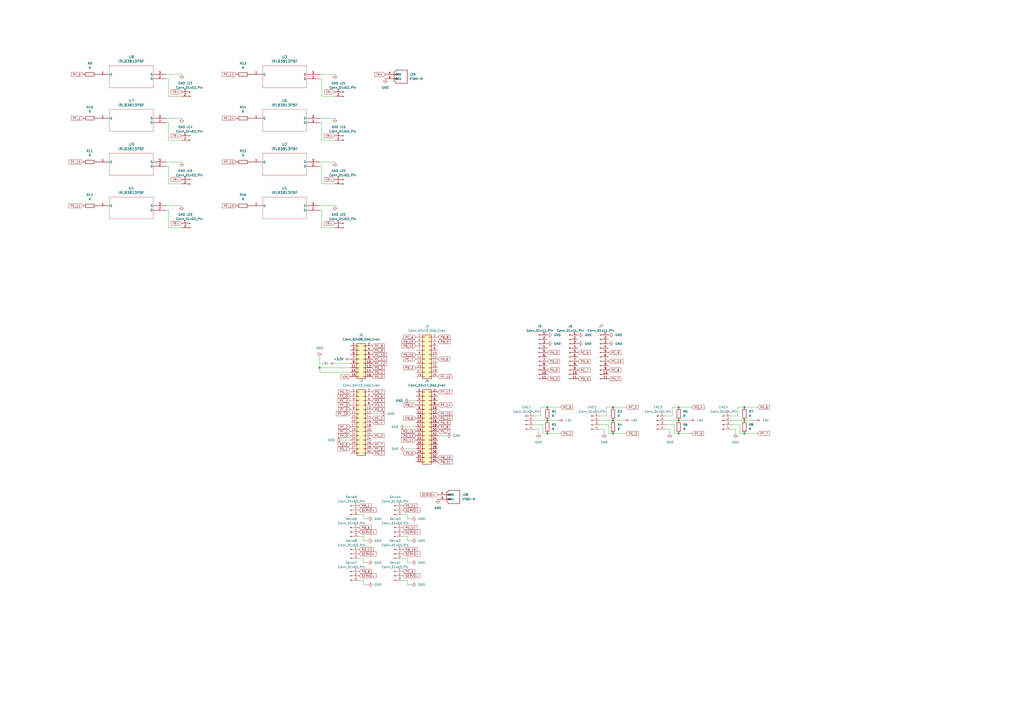
<source format=kicad_sch>
(kicad_sch (version 20250114) (generator "eeschema") (generator_version "9.0")
  (paper "A2")
  (junction (at 355.6 251.46))
  (junction (at 431.8 243.84))
  (junction (at 431.8 251.46))
  (junction (at 393.7 236.22))
  (junction (at 431.8 236.22))
  (junction (at 355.6 243.84))
  (junction (at 393.7 243.84))
  (junction (at 317.5 236.22))
  (junction (at 355.6 236.22))
  (junction (at 393.7 251.46))
  (junction (at 317.5 251.46))
  (junction (at 185.42 213.36))
  (junction (at 317.5 243.84))
  (wire (pts (xy 351.79 236.22) (xy 355.6 236.22)))
  (wire (pts (xy 210.82 336.55) (xy 210.82 339.09)))
  (wire (pts (xy 389.89 241.3) (xy 389.89 236.22)))
  (wire (pts (xy 233.68 311.15) (xy 236.22 311.15)))
  (wire (pts (xy 347.98 248.92) (xy 350.52 248.92)))
  (wire (pts (xy 186.69 71.12) (xy 186.69 81.28)))
  (wire (pts (xy 234.95 247.65) (xy 241.3 247.65)))
  (wire (pts (xy 313.69 236.22) (xy 317.5 236.22)))
  (wire (pts (xy 429.26 251.46) (xy 431.8 251.46)))
  (wire (pts (xy 194.31 210.82) (xy 203.2 210.82)))
  (wire (pts (xy 210.82 311.15) (xy 210.82 313.69)))
  (wire (pts (xy 185.42 71.12) (xy 186.69 71.12)))
  (wire (pts (xy 236.22 313.69) (xy 238.76 313.69)))
  (wire (pts (xy 236.22 298.45) (xy 236.22 300.99)))
  (wire (pts (xy 198.12 255.27) (xy 203.2 255.27)))
  (wire (pts (xy 347.98 246.38) (xy 353.06 246.38)))
  (wire (pts (xy 317.5 251.46) (xy 325.12 251.46)))
  (wire (pts (xy 186.69 45.72) (xy 186.69 55.88)))
  (wire (pts (xy 208.28 336.55) (xy 210.82 336.55)))
  (wire (pts (xy 353.06 251.46) (xy 355.6 251.46)))
  (wire (pts (xy 237.49 232.41) (xy 241.3 232.41)))
  (wire (pts (xy 309.88 243.84) (xy 317.5 243.84)))
  (wire (pts (xy 426.72 248.92) (xy 426.72 251.46)))
  (wire (pts (xy 97.79 106.68) (xy 105.41 106.68)))
  (wire (pts (xy 391.16 251.46) (xy 393.7 251.46)))
  (wire (pts (xy 314.96 246.38) (xy 314.96 251.46)))
  (wire (pts (xy 254 252.73) (xy 259.08 252.73)))
  (wire (pts (xy 97.79 45.72) (xy 97.79 55.88)))
  (wire (pts (xy 431.8 251.46) (xy 439.42 251.46)))
  (wire (pts (xy 313.69 241.3) (xy 313.69 236.22)))
  (wire (pts (xy 233.68 323.85) (xy 236.22 323.85)))
  (wire (pts (xy 208.28 323.85) (xy 210.82 323.85)))
  (wire (pts (xy 236.22 326.39) (xy 238.76 326.39)))
  (wire (pts (xy 233.68 336.55) (xy 236.22 336.55)))
  (wire (pts (xy 96.52 96.52) (xy 97.79 96.52)))
  (wire (pts (xy 96.52 119.38) (xy 105.41 119.38)))
  (wire (pts (xy 96.52 121.92) (xy 97.79 121.92)))
  (wire (pts (xy 233.68 298.45) (xy 236.22 298.45)))
  (wire (pts (xy 186.69 55.88) (xy 194.31 55.88)))
  (wire (pts (xy 185.42 68.58) (xy 194.31 68.58)))
  (wire (pts (xy 186.69 81.28) (xy 194.31 81.28)))
  (wire (pts (xy 96.52 93.98) (xy 105.41 93.98)))
  (wire (pts (xy 386.08 241.3) (xy 389.89 241.3)))
  (wire (pts (xy 309.88 241.3) (xy 313.69 241.3)))
  (wire (pts (xy 351.79 241.3) (xy 351.79 236.22)))
  (wire (pts (xy 203.2 215.9) (xy 185.42 215.9)))
  (wire (pts (xy 186.69 96.52) (xy 186.69 106.68)))
  (wire (pts (xy 210.82 300.99) (xy 213.36 300.99)))
  (wire (pts (xy 393.7 251.46) (xy 401.32 251.46)))
  (wire (pts (xy 234.95 260.35) (xy 241.3 260.35)))
  (wire (pts (xy 208.28 311.15) (xy 210.82 311.15)))
  (wire (pts (xy 427.99 236.22) (xy 431.8 236.22)))
  (wire (pts (xy 353.06 246.38) (xy 353.06 251.46)))
  (wire (pts (xy 347.98 243.84) (xy 355.6 243.84)))
  (wire (pts (xy 388.62 248.92) (xy 388.62 251.46)))
  (wire (pts (xy 424.18 241.3) (xy 427.99 241.3)))
  (wire (pts (xy 185.42 121.92) (xy 186.69 121.92)))
  (wire (pts (xy 393.7 243.84) (xy 400.05 243.84)))
  (wire (pts (xy 186.69 121.92) (xy 186.69 132.08)))
  (wire (pts (xy 210.82 313.69) (xy 213.36 313.69)))
  (wire (pts (xy 96.52 71.12) (xy 97.79 71.12)))
  (wire (pts (xy 210.82 326.39) (xy 213.36 326.39)))
  (wire (pts (xy 185.42 96.52) (xy 186.69 96.52)))
  (wire (pts (xy 97.79 71.12) (xy 97.79 81.28)))
  (wire (pts (xy 236.22 300.99) (xy 238.76 300.99)))
  (wire (pts (xy 97.79 96.52) (xy 97.79 106.68)))
  (wire (pts (xy 355.6 236.22) (xy 363.22 236.22)))
  (wire (pts (xy 185.42 43.18) (xy 194.31 43.18)))
  (wire (pts (xy 431.8 243.84) (xy 438.15 243.84)))
  (wire (pts (xy 350.52 248.92) (xy 350.52 251.46)))
  (wire (pts (xy 215.9 240.03) (xy 220.98 240.03)))
  (wire (pts (xy 236.22 311.15) (xy 236.22 313.69)))
  (wire (pts (xy 317.5 243.84) (xy 323.85 243.84)))
  (wire (pts (xy 391.16 246.38) (xy 391.16 251.46)))
  (wire (pts (xy 208.28 298.45) (xy 210.82 298.45)))
  (wire (pts (xy 386.08 246.38) (xy 391.16 246.38)))
  (wire (pts (xy 236.22 336.55) (xy 236.22 339.09)))
  (wire (pts (xy 386.08 243.84) (xy 393.7 243.84)))
  (wire (pts (xy 185.42 45.72) (xy 186.69 45.72)))
  (wire (pts (xy 236.22 323.85) (xy 236.22 326.39)))
  (wire (pts (xy 210.82 323.85) (xy 210.82 326.39)))
  (wire (pts (xy 312.42 248.92) (xy 312.42 251.46)))
  (wire (pts (xy 97.79 121.92) (xy 97.79 132.08)))
  (wire (pts (xy 431.8 236.22) (xy 439.42 236.22)))
  (wire (pts (xy 185.42 93.98) (xy 194.31 93.98)))
  (wire (pts (xy 355.6 251.46) (xy 363.22 251.46)))
  (wire (pts (xy 429.26 246.38) (xy 429.26 251.46)))
  (wire (pts (xy 386.08 248.92) (xy 388.62 248.92)))
  (wire (pts (xy 96.52 68.58) (xy 105.41 68.58)))
  (wire (pts (xy 355.6 243.84) (xy 361.95 243.84)))
  (wire (pts (xy 185.42 207.01) (xy 185.42 213.36)))
  (wire (pts (xy 186.69 106.68) (xy 194.31 106.68)))
  (wire (pts (xy 389.89 236.22) (xy 393.7 236.22)))
  (wire (pts (xy 96.52 45.72) (xy 97.79 45.72)))
  (wire (pts (xy 236.22 339.09) (xy 238.76 339.09)))
  (wire (pts (xy 424.18 246.38) (xy 429.26 246.38)))
  (wire (pts (xy 97.79 81.28) (xy 105.41 81.28)))
  (wire (pts (xy 309.88 248.92) (xy 312.42 248.92)))
  (wire (pts (xy 97.79 132.08) (xy 105.41 132.08)))
  (wire (pts (xy 427.99 241.3) (xy 427.99 236.22)))
  (wire (pts (xy 96.52 43.18) (xy 105.41 43.18)))
  (wire (pts (xy 210.82 339.09) (xy 213.36 339.09)))
  (wire (pts (xy 347.98 241.3) (xy 351.79 241.3)))
  (wire (pts (xy 309.88 246.38) (xy 314.96 246.38)))
  (wire (pts (xy 185.42 213.36) (xy 203.2 213.36)))
  (wire (pts (xy 185.42 119.38) (xy 194.31 119.38)))
  (wire (pts (xy 210.82 298.45) (xy 210.82 300.99)))
  (wire (pts (xy 186.69 132.08) (xy 194.31 132.08)))
  (wire (pts (xy 424.18 248.92) (xy 426.72 248.92)))
  (wire (pts (xy 97.79 55.88) (xy 105.41 55.88)))
  (wire (pts (xy 314.96 251.46) (xy 317.5 251.46)))
  (wire (pts (xy 424.18 243.84) (xy 431.8 243.84)))
  (wire (pts (xy 185.42 213.36) (xy 185.42 215.9)))
  (wire (pts (xy 317.5 236.22) (xy 325.12 236.22)))
  (wire (pts (xy 393.7 236.22) (xy 401.32 236.22)))
  (global_label "PB_15" (shape input) (at 241.3 198.12 180) (property "Intersheetrefs" "${INTERSHEET_REFS}" (effects (hide yes))))
  (global_label "PF_0" (shape input) (at 203.2 252.73 180) (property "Intersheetrefs" "${INTERSHEET_REFS}" (effects (hide yes))))
  (global_label "PC_10" (shape input) (at 215.9 205.74 0) (property "Intersheetrefs" "${INTERSHEET_REFS}" (effects (hide yes))))
  (global_label "PB_6" (shape input) (at 208.28 306.07 0) (property "Intersheetrefs" "${INTERSHEET_REFS}" (effects (hide yes))))
  (global_label "PD_6" (shape input) (at 335.28 209.55 0) (property "Intersheetrefs" "${INTERSHEET_REFS}" (effects (hide yes))))
  (global_label "PF_15" (shape input) (at 254 240.03 0) (property "Intersheetrefs" "${INTERSHEET_REFS}" (effects (hide yes))))
  (global_label "PC_7" (shape input) (at 241.3 208.28 180) (property "Intersheetrefs" "${INTERSHEET_REFS}" (effects (hide yes))))
  (global_label "PA_3" (shape input) (at 203.2 227.33 180) (property "Intersheetrefs" "${INTERSHEET_REFS}" (effects (hide yes))))
  (global_label "TR+" (shape input) (at 194.31 129.54 180) (property "Intersheetrefs" "${INTERSHEET_REFS}" (effects (hide yes))))
  (global_label "PE_14" (shape input) (at 233.68 306.07 0) (property "Intersheetrefs" "${INTERSHEET_REFS}" (effects (hide yes))))
  (global_label "SERVO+" (shape input) (at 208.28 308.61 0) (property "Intersheetrefs" "${INTERSHEET_REFS}" (effects (hide yes))))
  (global_label "TR+" (shape input) (at 194.31 78.74 180) (property "Intersheetrefs" "${INTERSHEET_REFS}" (effects (hide yes))))
  (global_label "SERVO+" (shape input) (at 233.68 321.31 0) (property "Intersheetrefs" "${INTERSHEET_REFS}" (effects (hide yes))))
  (global_label "PB_6" (shape input) (at 241.3 242.57 180) (property "Intersheetrefs" "${INTERSHEET_REFS}" (effects (hide yes))))
  (global_label "PB_1" (shape input) (at 208.28 293.37 0) (property "Intersheetrefs" "${INTERSHEET_REFS}" (effects (hide yes))))
  (global_label "PA_6" (shape input) (at 254 208.28 0) (property "Intersheetrefs" "${INTERSHEET_REFS}" (effects (hide yes))))
  (global_label "PD_1" (shape input) (at 203.2 260.35 180) (property "Intersheetrefs" "${INTERSHEET_REFS}" (effects (hide yes))))
  (global_label "PF_13" (shape input) (at 137.16 119.38 180) (property "Intersheetrefs" "${INTERSHEET_REFS}" (effects (hide yes))))
  (global_label "PC_9" (shape input) (at 353.06 204.47 0) (property "Intersheetrefs" "${INTERSHEET_REFS}" (effects (hide yes))))
  (global_label "PG_1" (shape input) (at 215.9 262.89 0) (property "Intersheetrefs" "${INTERSHEET_REFS}" (effects (hide yes))))
  (global_label "PG_2" (shape input) (at 317.5 209.55 0) (property "Intersheetrefs" "${INTERSHEET_REFS}" (effects (hide yes))))
  (global_label "PC_8" (shape input) (at 353.06 214.63 0) (property "Intersheetrefs" "${INTERSHEET_REFS}" (effects (hide yes))))
  (global_label "PE_8" (shape input) (at 254 247.65 0) (property "Intersheetrefs" "${INTERSHEET_REFS}" (effects (hide yes))))
  (global_label "PC_8" (shape input) (at 215.9 200.66 0) (property "Intersheetrefs" "${INTERSHEET_REFS}" (effects (hide yes))))
  (global_label "PF_12" (shape input) (at 254 218.44 0) (property "Intersheetrefs" "${INTERSHEET_REFS}" (effects (hide yes))))
  (global_label "PE_4" (shape input) (at 215.9 245.11 0) (property "Intersheetrefs" "${INTERSHEET_REFS}" (effects (hide yes))))
  (global_label "PB_1" (shape input) (at 241.3 234.95 180) (property "Intersheetrefs" "${INTERSHEET_REFS}" (effects (hide yes))))
  (global_label "VIN" (shape input) (at 203.2 218.44 180) (property "Intersheetrefs" "${INTERSHEET_REFS}" (effects (hide yes))))
  (global_label "PE_5" (shape input) (at 233.68 331.47 0) (property "Intersheetrefs" "${INTERSHEET_REFS}" (effects (hide yes))))
  (global_label "PF_14" (shape input) (at 254 234.95 0) (property "Intersheetrefs" "${INTERSHEET_REFS}" (effects (hide yes))))
  (global_label "PF_13" (shape input) (at 254 227.33 0) (property "Intersheetrefs" "${INTERSHEET_REFS}" (effects (hide yes))))
  (global_label "PF_1" (shape input) (at 48.26 68.58 180) (property "Intersheetrefs" "${INTERSHEET_REFS}" (effects (hide yes))))
  (global_label "PB_10" (shape input) (at 254 265.43 0) (property "Intersheetrefs" "${INTERSHEET_REFS}" (effects (hide yes))))
  (global_label "PD_11" (shape input) (at 241.3 255.27 180) (property "Intersheetrefs" "${INTERSHEET_REFS}" (effects (hide yes))))
  (global_label "PA_3" (shape input) (at 317.5 204.47 0) (property "Intersheetrefs" "${INTERSHEET_REFS}" (effects (hide yes))))
  (global_label "PC_12" (shape input) (at 137.16 43.18 180) (property "Intersheetrefs" "${INTERSHEET_REFS}" (effects (hide yes))))
  (global_label "PD_4" (shape input) (at 215.9 234.95 0) (property "Intersheetrefs" "${INTERSHEET_REFS}" (effects (hide yes))))
  (global_label "PF_7" (shape input) (at 439.42 251.46 0) (property "Intersheetrefs" "${INTERSHEET_REFS}" (effects (hide yes))))
  (global_label "TR+" (shape input) (at 105.41 129.54 180) (property "Intersheetrefs" "${INTERSHEET_REFS}" (effects (hide yes))))
  (global_label "PA_0" (shape input) (at 241.3 262.89 180) (property "Intersheetrefs" "${INTERSHEET_REFS}" (effects (hide yes))))
  (global_label "PF_1" (shape input) (at 203.2 250.19 180) (property "Intersheetrefs" "${INTERSHEET_REFS}" (effects (hide yes))))
  (global_label "SERVO+" (shape input) (at 233.68 334.01 0) (property "Intersheetrefs" "${INTERSHEET_REFS}" (effects (hide yes))))
  (global_label "SERVO+" (shape input) (at 233.68 295.91 0) (property "Intersheetrefs" "${INTERSHEET_REFS}" (effects (hide yes))))
  (global_label "PG_2" (shape input) (at 215.9 215.9 0) (property "Intersheetrefs" "${INTERSHEET_REFS}" (effects (hide yes))))
  (global_label "PC_6" (shape input) (at 241.3 195.58 180) (property "Intersheetrefs" "${INTERSHEET_REFS}" (effects (hide yes))))
  (global_label "PC_6" (shape input) (at 335.28 204.47 0) (property "Intersheetrefs" "${INTERSHEET_REFS}" (effects (hide yes))))
  (global_label "PF_5" (shape input) (at 203.2 237.49 180) (property "Intersheetrefs" "${INTERSHEET_REFS}" (effects (hide yes))))
  (global_label "TR+" (shape input) (at 105.41 78.74 180) (property "Intersheetrefs" "${INTERSHEET_REFS}" (effects (hide yes))))
  (global_label "PF_15" (shape input) (at 48.26 93.98 180) (property "Intersheetrefs" "${INTERSHEET_REFS}" (effects (hide yes))))
  (global_label "PA_15" (shape input) (at 241.3 205.74 180) (property "Intersheetrefs" "${INTERSHEET_REFS}" (effects (hide yes))))
  (global_label "PF_2" (shape input) (at 363.22 236.22 0) (property "Intersheetrefs" "${INTERSHEET_REFS}" (effects (hide yes))))
  (global_label "PD_2" (shape input) (at 317.5 219.71 0) (property "Intersheetrefs" "${INTERSHEET_REFS}" (effects (hide yes))))
  (global_label "PE_2" (shape input) (at 215.9 242.57 0) (property "Intersheetrefs" "${INTERSHEET_REFS}" (effects (hide yes))))
  (global_label "PF_10" (shape input) (at 203.2 240.03 180) (property "Intersheetrefs" "${INTERSHEET_REFS}" (effects (hide yes))))
  (global_label "PC_3" (shape input) (at 203.2 232.41 180) (property "Intersheetrefs" "${INTERSHEET_REFS}" (effects (hide yes))))
  (global_label "PG_1" (shape input) (at 325.12 251.46 0) (property "Intersheetrefs" "${INTERSHEET_REFS}" (effects (hide yes))))
  (global_label "PE_11" (shape input) (at 233.68 293.37 0) (property "Intersheetrefs" "${INTERSHEET_REFS}" (effects (hide yes))))
  (global_label "PG_14" (shape input) (at 254 242.57 0) (property "Intersheetrefs" "${INTERSHEET_REFS}" (effects (hide yes))))
  (global_label "TR+" (shape input) (at 194.31 104.14 180) (property "Intersheetrefs" "${INTERSHEET_REFS}" (effects (hide yes))))
  (global_label "PC_3" (shape input) (at 363.22 251.46 0) (property "Intersheetrefs" "${INTERSHEET_REFS}" (effects (hide yes))))
  (global_label "SERVO+" (shape input) (at 254 287.02 180) (property "Intersheetrefs" "${INTERSHEET_REFS}" (effects (hide yes))))
  (global_label "PC_12" (shape input) (at 215.9 210.82 0) (property "Intersheetrefs" "${INTERSHEET_REFS}" (effects (hide yes))))
  (global_label "PB_8" (shape input) (at 208.28 331.47 0) (property "Intersheetrefs" "${INTERSHEET_REFS}" (effects (hide yes))))
  (global_label "PF_12" (shape input) (at 137.16 93.98 180) (property "Intersheetrefs" "${INTERSHEET_REFS}" (effects (hide yes))))
  (global_label "PD_12" (shape input) (at 241.3 252.73 180) (property "Intersheetrefs" "${INTERSHEET_REFS}" (effects (hide yes))))
  (global_label "SERVO+" (shape input) (at 208.28 295.91 0) (property "Intersheetrefs" "${INTERSHEET_REFS}" (effects (hide yes))))
  (global_label "PA_6" (shape input) (at 439.42 236.22 0) (property "Intersheetrefs" "${INTERSHEET_REFS}" (effects (hide yes))))
  (global_label "TR+" (shape input) (at 194.31 53.34 180) (property "Intersheetrefs" "${INTERSHEET_REFS}" (effects (hide yes))))
  (global_label "PD_5" (shape input) (at 215.9 232.41 0) (property "Intersheetrefs" "${INTERSHEET_REFS}" (effects (hide yes))))
  (global_label "PF_5" (shape input) (at 401.32 251.46 0) (property "Intersheetrefs" "${INTERSHEET_REFS}" (effects (hide yes))))
  (global_label "PD_7" (shape input) (at 353.06 219.71 0) (property "Intersheetrefs" "${INTERSHEET_REFS}" (effects (hide yes))))
  (global_label "PD_7" (shape input) (at 215.9 227.33 0) (property "Intersheetrefs" "${INTERSHEET_REFS}" (effects (hide yes))))
  (global_label "PB_13" (shape input) (at 241.3 200.66 180) (property "Intersheetrefs" "${INTERSHEET_REFS}" (effects (hide yes))))
  (global_label "PB_3" (shape input) (at 241.3 213.36 180) (property "Intersheetrefs" "${INTERSHEET_REFS}" (effects (hide yes))))
  (global_label "TR+" (shape input) (at 223.52 43.18 180) (property "Intersheetrefs" "${INTERSHEET_REFS}" (effects (hide yes))))
  (global_label "PC_9" (shape input) (at 215.9 203.2 0) (property "Intersheetrefs" "${INTERSHEET_REFS}" (effects (hide yes))))
  (global_label "PB_11" (shape input) (at 254 267.97 0) (property "Intersheetrefs" "${INTERSHEET_REFS}" (effects (hide yes))))
  (global_label "PD_13" (shape input) (at 208.28 318.77 0) (property "Intersheetrefs" "${INTERSHEET_REFS}" (effects (hide yes))))
  (global_label "PF_9" (shape input) (at 215.9 260.35 0) (property "Intersheetrefs" "${INTERSHEET_REFS}" (effects (hide yes))))
  (global_label "PD_2" (shape input) (at 215.9 213.36 0) (property "Intersheetrefs" "${INTERSHEET_REFS}" (effects (hide yes))))
  (global_label "PF_0" (shape input) (at 48.26 43.18 180) (property "Intersheetrefs" "${INTERSHEET_REFS}" (effects (hide yes))))
  (global_label "PF_7" (shape input) (at 215.9 257.81 0) (property "Intersheetrefs" "${INTERSHEET_REFS}" (effects (hide yes))))
  (global_label "PC_0" (shape input) (at 203.2 229.87 180) (property "Intersheetrefs" "${INTERSHEET_REFS}" (effects (hide yes))))
  (global_label "PF_2" (shape input) (at 203.2 247.65 180) (property "Intersheetrefs" "${INTERSHEET_REFS}" (effects (hide yes))))
  (global_label "PE_7" (shape input) (at 254 250.19 0) (property "Intersheetrefs" "${INTERSHEET_REFS}" (effects (hide yes))))
  (global_label "PD_5" (shape input) (at 335.28 219.71 0) (property "Intersheetrefs" "${INTERSHEET_REFS}" (effects (hide yes))))
  (global_label "SERVO+" (shape input) (at 208.28 321.31 0) (property "Intersheetrefs" "${INTERSHEET_REFS}" (effects (hide yes))))
  (global_label "SERVO+" (shape input) (at 208.28 334.01 0) (property "Intersheetrefs" "${INTERSHEET_REFS}" (effects (hide yes))))
  (global_label "PG_3" (shape input) (at 215.9 218.44 0) (property "Intersheetrefs" "${INTERSHEET_REFS}" (effects (hide yes))))
  (global_label "PA_0" (shape input) (at 317.5 214.63 0) (property "Intersheetrefs" "${INTERSHEET_REFS}" (effects (hide yes))))
  (global_label "PD_3" (shape input) (at 215.9 237.49 0) (property "Intersheetrefs" "${INTERSHEET_REFS}" (effects (hide yes))))
  (global_label "TR+" (shape input) (at 105.41 104.14 180) (property "Intersheetrefs" "${INTERSHEET_REFS}" (effects (hide yes))))
  (global_label "PC_0" (shape input) (at 325.12 236.22 0) (property "Intersheetrefs" "${INTERSHEET_REFS}" (effects (hide yes))))
  (global_label "PC_7" (shape input) (at 335.28 214.63 0) (property "Intersheetrefs" "${INTERSHEET_REFS}" (effects (hide yes))))
  (global_label "PB_9" (shape input) (at 254 198.12 0) (property "Intersheetrefs" "${INTERSHEET_REFS}" (effects (hide yes))))
  (global_label "TR+" (shape input) (at 105.41 53.34 180) (property "Intersheetrefs" "${INTERSHEET_REFS}" (effects (hide yes))))
  (global_label "PD_13" (shape input) (at 241.3 250.19 180) (property "Intersheetrefs" "${INTERSHEET_REFS}" (effects (hide yes))))
  (global_label "PB_8" (shape input) (at 254 195.58 0) (property "Intersheetrefs" "${INTERSHEET_REFS}" (effects (hide yes))))
  (global_label "PD_0" (shape input) (at 203.2 257.81 180) (property "Intersheetrefs" "${INTERSHEET_REFS}" (effects (hide yes))))
  (global_label "PD_4" (shape input) (at 401.32 236.22 0) (property "Intersheetrefs" "${INTERSHEET_REFS}" (effects (hide yes))))
  (global_label "PC_11" (shape input) (at 215.9 208.28 0) (property "Intersheetrefs" "${INTERSHEET_REFS}" (effects (hide yes))))
  (global_label "PC_11" (shape input) (at 48.26 119.38 180) (property "Intersheetrefs" "${INTERSHEET_REFS}" (effects (hide yes))))
  (global_label "PE_3" (shape input) (at 215.9 252.73 0) (property "Intersheetrefs" "${INTERSHEET_REFS}" (effects (hide yes))))
  (global_label "PF_3" (shape input) (at 203.2 234.95 180) (property "Intersheetrefs" "${INTERSHEET_REFS}" (effects (hide yes))))
  (global_label "PC_10" (shape input) (at 353.06 209.55 0) (property "Intersheetrefs" "${INTERSHEET_REFS}" (effects (hide yes))))
  (global_label "PG_9" (shape input) (at 254 245.11 0) (property "Intersheetrefs" "${INTERSHEET_REFS}" (effects (hide yes))))
  (global_label "PB_10" (shape input) (at 233.68 318.77 0) (property "Intersheetrefs" "${INTERSHEET_REFS}" (effects (hide yes))))
  (global_label "PD_6" (shape input) (at 215.9 229.87 0) (property "Intersheetrefs" "${INTERSHEET_REFS}" (effects (hide yes))))
  (global_label "SERVO+" (shape input) (at 233.68 308.61 0) (property "Intersheetrefs" "${INTERSHEET_REFS}" (effects (hide yes))))
  (global_label "PF_14" (shape input) (at 137.16 68.58 180) (property "Intersheetrefs" "${INTERSHEET_REFS}" (effects (hide yes))))
  (symbol (lib_id "power:GND") (at 238.76 339.09 90) (unit 1)
    (property "Reference" "#PWR031" (effects (hide yes)))
    (property "Value" "GND" (at 242.57 339.0899 90) (effects (justify right)))
    (property "Description" "Power symbol creates a global label with name \"GND\" , ground" (effects (hide yes)))
  )
  (symbol (lib_id "power:GND") (at 335.28 199.39 90) (unit 1)
    (property "Reference" "#PWR013" (effects (hide yes)))
    (property "Value" "GND" (at 339.09 199.3899 90) (effects (justify right)))
    (property "Description" "Power symbol creates a global label with name \"GND\" , ground" (effects (hide yes)))
  )
  (symbol (lib_id "Connector:Conn_01x04_Pin") (at 419.1 243.84 0) (unit 1)
    (property "Reference" "ENC4" (at 419.735 236.22 0))
    (property "Value" "Conn_01x04_Pin" (at 419.735 238.76 0))
    (property "Footprint" "Connector_PinHeader_2.54mm:PinHeader_1x04_P2.54mm_Vertical" (effects (hide yes)))
    (property "Description" "Generic connector, single row, 01x04, script generated" (effects (hide yes)))
  )
  (symbol (lib_id "power:GND") (at 213.36 300.99 90) (unit 1)
    (property "Reference" "#PWR024" (effects (hide yes)))
    (property "Value" "GND" (at 217.17 300.9899 90) (effects (justify right)))
    (property "Description" "Power symbol creates a global label with name \"GND\" , ground" (effects (hide yes)))
  )
  (symbol (lib_id "power:GND") (at 220.98 240.03 90) (unit 1)
    (property "Reference" "#PWR04" (effects (hide yes)))
    (property "Value" "GND" (at 224.79 240.0299 90) (effects (justify right)))
    (property "Description" "Power symbol creates a global label with name \"GND\" , ground" (effects (hide yes)))
  )
  (symbol (lib_id "power:GND") (at 254 289.56 0) (unit 1)
    (property "Reference" "#PWR040" (effects (hide yes)))
    (property "Value" "GND" (at 254 294.64 0))
    (property "Description" "Power symbol creates a global label with name \"GND\" , ground" (effects (hide yes)))
  )
  (symbol (lib_id "power:GND") (at 234.95 260.35 270) (unit 1)
    (property "Reference" "#PWR09" (effects (hide yes)))
    (property "Value" "GND" (at 231.14 260.3499 90) (effects (justify right)))
    (property "Description" "Power symbol creates a global label with name \"GND\" , ground" (effects (hide yes)))
  )
  (symbol (lib_id "Connector:Conn_01x02_Pin") (at 199.39 53.34 0) (mirror y) (unit 1)
    (property "Reference" "J21" (at 198.755 48.26 0))
    (property "Value" "Conn_01x02_Pin" (at 198.755 50.8 0))
    (property "Footprint" "Connector_PinHeader_2.54mm:PinHeader_1x02_P2.54mm_Vertical" (effects (hide yes)))
    (property "Description" "Generic connector, single row, 01x02, script generated" (effects (hide yes)))
  )
  (symbol (lib_id "Device:R") (at 52.07 68.58 270) (unit 1)
    (property "Reference" "R10" (at 52.07 62.23 90))
    (property "Value" "R" (at 52.07 64.77 90))
    (property "Footprint" "Resistor_THT:R_Axial_DIN0207_L6.3mm_D2.5mm_P10.16mm_Horizontal" (effects (hide yes)))
    (property "Description" "Resistor" (effects (hide yes)))
  )
  (symbol (lib_id "Connector:Conn_01x11_Pin") (at 347.98 207.01 0) (unit 1)
    (property "Reference" "J7" (at 348.615 189.23 0))
    (property "Value" "Conn_01x11_Pin" (at 348.615 191.77 0))
    (property "Footprint" "Connector_PinHeader_2.54mm:PinHeader_1x11_P2.54mm_Vertical" (effects (hide yes)))
    (property "Description" "Generic connector, single row, 01x11, script generated" (effects (hide yes)))
  )
  (symbol (lib_id "power:GND") (at 317.5 199.39 90) (unit 1)
    (property "Reference" "#PWR011" (effects (hide yes)))
    (property "Value" "GND" (at 321.31 199.3899 90) (effects (justify right)))
    (property "Description" "Power symbol creates a global label with name \"GND\" , ground" (effects (hide yes)))
  )
  (symbol (lib_id "power:GND") (at 353.06 199.39 90) (unit 1)
    (property "Reference" "#PWR015" (effects (hide yes)))
    (property "Value" "GND" (at 356.87 199.3899 90) (effects (justify right)))
    (property "Description" "Power symbol creates a global label with name \"GND\" , ground" (effects (hide yes)))
  )
  (symbol (lib_id "power:GND") (at 194.31 119.38 0) (unit 1)
    (property "Reference" "#PWR039" (effects (hide yes)))
    (property "Value" "GND" (at 194.31 124.46 0))
    (property "Description" "Power symbol creates a global label with name \"GND\" , ground" (effects (hide yes)))
  )
  (symbol (lib_id "power:GND") (at 223.52 45.72 0) (unit 1)
    (property "Reference" "#PWR041" (effects (hide yes)))
    (property "Value" "GND" (at 223.52 50.8 0))
    (property "Description" "Power symbol creates a global label with name \"GND\" , ground" (effects (hide yes)))
  )
  (symbol (lib_id "2025-03-07_17-55-51:IRLB3813PBF") (at 55.88 93.98 0) (unit 1)
    (property "Reference" "U5" (at 76.2 83.82 0) (effects (font (size 1.524 1.524))))
    (property "Value" "IRLB3813PBF" (at 76.2 86.36 0) (effects (font (size 1.524 1.524))))
    (property "Footprint" "footprints:PG-TO220-3_INF" (effects (hide yes)))
    (property "Datasheet" "IRLB3813PBF" (effects (hide yes)))
  )
  (symbol (lib_id "Connector:Conn_01x02_Pin") (at 199.39 104.14 0) (mirror y) (unit 1)
    (property "Reference" "J22" (at 198.755 99.06 0))
    (property "Value" "Conn_01x02_Pin" (at 198.755 101.6 0))
    (property "Footprint" "Connector_PinHeader_2.54mm:PinHeader_1x02_P2.54mm_Vertical" (effects (hide yes)))
    (property "Description" "Generic connector, single row, 01x02, script generated" (effects (hide yes)))
  )
  (symbol (lib_id "power:GND") (at 213.36 326.39 90) (unit 1)
    (property "Reference" "#PWR026" (effects (hide yes)))
    (property "Value" "GND" (at 217.17 326.3899 90) (effects (justify right)))
    (property "Description" "Power symbol creates a global label with name \"GND\" , ground" (effects (hide yes)))
  )
  (symbol (lib_id "Device:R") (at 52.07 93.98 90) (unit 1)
    (property "Reference" "R11" (at 52.07 87.63 90))
    (property "Value" "R" (at 52.07 90.17 90))
    (property "Footprint" "Resistor_THT:R_Axial_DIN0207_L6.3mm_D2.5mm_P10.16mm_Horizontal" (effects (hide yes)))
    (property "Description" "Resistor" (effects (hide yes)))
  )
  (symbol (lib_id "Connector:Conn_01x02_Pin") (at 110.49 53.34 0) (mirror y) (unit 1)
    (property "Reference" "J13" (at 109.855 48.26 0))
    (property "Value" "Conn_01x02_Pin" (at 109.855 50.8 0))
    (property "Footprint" "Connector_PinHeader_2.54mm:PinHeader_1x02_P2.54mm_Vertical" (effects (hide yes)))
    (property "Description" "Generic connector, single row, 01x02, script generated" (effects (hide yes)))
  )
  (symbol (lib_id "Device:R") (at 317.5 240.03 0) (unit 1)
    (property "Reference" "R1" (at 320.04 238.7599 0) (effects (justify left)))
    (property "Value" "R" (at 320.04 241.2999 0) (effects (justify left)))
    (property "Footprint" "Resistor_THT:R_Axial_DIN0207_L6.3mm_D2.5mm_P10.16mm_Horizontal" (effects (hide yes)))
    (property "Description" "Resistor" (effects (hide yes)))
  )
  (symbol (lib_id "Device:R") (at 140.97 93.98 90) (unit 1)
    (property "Reference" "R15" (at 140.97 87.63 90))
    (property "Value" "R" (at 140.97 90.17 90))
    (property "Footprint" "Resistor_THT:R_Axial_DIN0207_L6.3mm_D2.5mm_P10.16mm_Horizontal" (effects (hide yes)))
    (property "Description" "Resistor" (effects (hide yes)))
  )
  (symbol (lib_id "2025-03-07_17-55-51:IRLB3813PBF") (at 55.88 119.38 0) (unit 1)
    (property "Reference" "U4" (at 76.2 109.22 0) (effects (font (size 1.524 1.524))))
    (property "Value" "IRLB3813PBF" (at 76.2 111.76 0) (effects (font (size 1.524 1.524))))
    (property "Footprint" "footprints:PG-TO220-3_INF" (effects (hide yes)))
    (property "Datasheet" "IRLB3813PBF" (effects (hide yes)))
  )
  (symbol (lib_id "power:GND") (at 238.76 313.69 90) (unit 1)
    (property "Reference" "#PWR029" (effects (hide yes)))
    (property "Value" "GND" (at 242.57 313.6899 90) (effects (justify right)))
    (property "Description" "Power symbol creates a global label with name \"GND\" , ground" (effects (hide yes)))
  )
  (symbol (lib_id "power:GND") (at 350.52 251.46 0) (unit 1)
    (property "Reference" "#PWR021" (effects (hide yes)))
    (property "Value" "GND" (at 350.52 256.54 0))
    (property "Description" "Power symbol creates a global label with name \"GND\" , ground" (effects (hide yes)))
  )
  (symbol (lib_id "power:+5V") (at 438.15 243.84 270) (unit 1)
    (property "Reference" "#PWR020" (effects (hide yes)))
    (property "Value" "+5V" (at 441.96 243.8399 90) (effects (justify left)))
    (property "Description" "Power symbol creates a global label with name \"+5V\"" (effects (hide yes)))
  )
  (symbol (lib_id "power:GND") (at 105.41 43.18 0) (unit 1)
    (property "Reference" "#PWR032" (effects (hide yes)))
    (property "Value" "GND" (at 105.41 48.26 0))
    (property "Description" "Power symbol creates a global label with name \"GND\" , ground" (effects (hide yes)))
  )
  (symbol (lib_id "Connector:Conn_01x03_Pin") (at 203.2 295.91 0) (unit 1)
    (property "Reference" "Servo6" (at 203.835 288.29 0))
    (property "Value" "Conn_01x03_Pin" (at 203.835 290.83 0))
    (property "Footprint" "Connector_PinHeader_2.54mm:PinHeader_1x03_P2.54mm_Vertical" (effects (hide yes)))
    (property "Description" "Generic connector, single row, 01x03, script generated" (effects (hide yes)))
  )
  (symbol (lib_id "Connector_Generic:Conn_02x15_Odd_Even") (at 208.28 245.11 0) (unit 1)
    (property "Reference" "J2" (at 209.55 220.98 0))
    (property "Value" "Conn_02x15_Odd_Even" (at 209.55 223.52 0))
    (property "Footprint" "Connector_PinHeader_2.54mm:PinHeader_2x15_P2.54mm_Vertical" (effects (hide yes)))
    (property "Description" "Generic connector, double row, 02x15, odd/even pin numbering scheme (row 1 odd numbers, row 2 even numbers), script generated (kicad-library-utils/schlib/autogen/connector/)" (effects (hide yes)))
  )
  (symbol (lib_id "Connector:Conn_01x04_Pin") (at 304.8 243.84 0) (unit 1)
    (property "Reference" "ENC1" (at 305.435 236.22 0))
    (property "Value" "Conn_01x04_Pin" (at 305.435 238.76 0))
    (property "Footprint" "Connector_PinHeader_2.54mm:PinHeader_1x04_P2.54mm_Vertical" (effects (hide yes)))
    (property "Description" "Generic connector, single row, 01x04, script generated" (effects (hide yes)))
  )
  (symbol (lib_id "power:GND") (at 194.31 93.98 0) (unit 1)
    (property "Reference" "#PWR037" (effects (hide yes)))
    (property "Value" "GND" (at 194.31 99.06 0))
    (property "Description" "Power symbol creates a global label with name \"GND\" , ground" (effects (hide yes)))
  )
  (symbol (lib_id "2025-03-07_17-55-51:IRLB3813PBF") (at 144.78 68.58 0) (unit 1)
    (property "Reference" "U6" (at 165.1 58.42 0) (effects (font (size 1.524 1.524))))
    (property "Value" "IRLB3813PBF" (at 165.1 60.96 0) (effects (font (size 1.524 1.524))))
    (property "Footprint" "footprints:PG-TO220-3_INF" (effects (hide yes)))
    (property "Datasheet" "IRLB3813PBF" (effects (hide yes)))
  )
  (symbol (lib_id "Device:R") (at 140.97 43.18 90) (unit 1)
    (property "Reference" "R13" (at 140.97 36.83 90))
    (property "Value" "R" (at 140.97 39.37 90))
    (property "Footprint" "Resistor_THT:R_Axial_DIN0207_L6.3mm_D2.5mm_P10.16mm_Horizontal" (effects (hide yes)))
    (property "Description" "Resistor" (effects (hide yes)))
  )
  (symbol (lib_id "power:GND") (at 105.41 68.58 0) (unit 1)
    (property "Reference" "#PWR034" (effects (hide yes)))
    (property "Value" "GND" (at 105.41 73.66 0))
    (property "Description" "Power symbol creates a global label with name \"GND\" , ground" (effects (hide yes)))
  )
  (symbol (lib_id "Device:R") (at 52.07 119.38 90) (unit 1)
    (property "Reference" "R12" (at 52.07 113.03 90))
    (property "Value" "R" (at 52.07 115.57 90))
    (property "Footprint" "Resistor_THT:R_Axial_DIN0207_L6.3mm_D2.5mm_P10.16mm_Horizontal" (effects (hide yes)))
    (property "Description" "Resistor" (effects (hide yes)))
  )
  (symbol (lib_id "2025-03-07_17-55-51:IRLB3813PBF") (at 144.78 43.18 0) (unit 1)
    (property "Reference" "U3" (at 165.1 33.02 0) (effects (font (size 1.524 1.524))))
    (property "Value" "IRLB3813PBF" (at 165.1 35.56 0) (effects (font (size 1.524 1.524))))
    (property "Footprint" "footprints:PG-TO220-3_INF" (effects (hide yes)))
    (property "Datasheet" "IRLB3813PBF" (effects (hide yes)))
  )
  (symbol (lib_id "power:+5V") (at 194.31 210.82 90) (unit 1)
    (property "Reference" "#PWR02" (effects (hide yes)))
    (property "Value" "+5V" (at 190.5 210.8199 90) (effects (justify left)))
    (property "Description" "Power symbol creates a global label with name \"+5V\"" (effects (hide yes)))
  )
  (symbol (lib_id "2025-03-07_17-55-51:IRLB3813PBF") (at 144.78 119.38 0) (unit 1)
    (property "Reference" "U1" (at 165.1 109.22 0) (effects (font (size 1.524 1.524))))
    (property "Value" "IRLB3813PBF" (at 165.1 111.76 0) (effects (font (size 1.524 1.524))))
    (property "Footprint" "footprints:PG-TO220-3_INF" (effects (hide yes)))
    (property "Datasheet" "IRLB3813PBF" (effects (hide yes)))
  )
  (symbol (lib_id "Connector:Conn_01x04_Pin") (at 381 243.84 0) (unit 1)
    (property "Reference" "ENC3" (at 381.635 236.22 0))
    (property "Value" "Conn_01x04_Pin" (at 381.635 238.76 0))
    (property "Footprint" "Connector_PinHeader_2.54mm:PinHeader_1x04_P2.54mm_Vertical" (effects (hide yes)))
    (property "Description" "Generic connector, single row, 01x04, script generated" (effects (hide yes)))
  )
  (symbol (lib_id "Device:R") (at 317.5 247.65 0) (unit 1)
    (property "Reference" "R2" (at 320.04 246.3799 0) (effects (justify left)))
    (property "Value" "R" (at 320.04 248.9199 0) (effects (justify left)))
    (property "Footprint" "Resistor_THT:R_Axial_DIN0207_L6.3mm_D2.5mm_P10.16mm_Horizontal" (effects (hide yes)))
    (property "Description" "Resistor" (effects (hide yes)))
  )
  (symbol (lib_id "power:GND") (at 426.72 251.46 0) (unit 1)
    (property "Reference" "#PWR023" (effects (hide yes)))
    (property "Value" "GND" (at 426.72 256.54 0))
    (property "Description" "Power symbol creates a global label with name \"GND\" , ground" (effects (hide yes)))
  )
  (symbol (lib_id "Connector:Conn_01x11_Pin") (at 312.42 207.01 0) (unit 1)
    (property "Reference" "J5" (at 313.055 189.23 0))
    (property "Value" "Conn_01x11_Pin" (at 313.055 191.77 0))
    (property "Footprint" "Connector_PinHeader_2.54mm:PinHeader_1x11_P2.54mm_Vertical" (effects (hide yes)))
    (property "Description" "Generic connector, single row, 01x11, script generated" (effects (hide yes)))
  )
  (symbol (lib_id "power:GND") (at 198.12 255.27 270) (unit 1)
    (property "Reference" "#PWR05" (effects (hide yes)))
    (property "Value" "GND" (at 194.31 255.2699 90) (effects (justify right)))
    (property "Description" "Power symbol creates a global label with name \"GND\" , ground" (effects (hide yes)))
  )
  (symbol (lib_id "Connector:Conn_01x03_Pin") (at 228.6 334.01 0) (unit 1)
    (property "Reference" "Servo1" (at 229.235 326.39 0))
    (property "Value" "Conn_01x03_Pin" (at 229.235 328.93 0))
    (property "Footprint" "Connector_PinHeader_2.54mm:PinHeader_1x03_P2.54mm_Vertical" (effects (hide yes)))
    (property "Description" "Generic connector, single row, 01x03, script generated" (effects (hide yes)))
  )
  (symbol (lib_id "power:GND") (at 238.76 300.99 90) (unit 1)
    (property "Reference" "#PWR028" (effects (hide yes)))
    (property "Value" "GND" (at 242.57 300.9899 90) (effects (justify right)))
    (property "Description" "Power symbol creates a global label with name \"GND\" , ground" (effects (hide yes)))
  )
  (symbol (lib_id "Device:R") (at 431.8 247.65 0) (unit 1)
    (property "Reference" "R8" (at 434.34 246.3799 0) (effects (justify left)))
    (property "Value" "R" (at 434.34 248.9199 0) (effects (justify left)))
    (property "Footprint" "Resistor_THT:R_Axial_DIN0207_L6.3mm_D2.5mm_P10.16mm_Horizontal" (effects (hide yes)))
    (property "Description" "Resistor" (effects (hide yes)))
  )
  (symbol (lib_id "power:GND") (at 213.36 339.09 90) (unit 1)
    (property "Reference" "#PWR027" (effects (hide yes)))
    (property "Value" "GND" (at 217.17 339.0899 90) (effects (justify right)))
    (property "Description" "Power symbol creates a global label with name \"GND\" , ground" (effects (hide yes)))
  )
  (symbol (lib_id "power:+5V") (at 400.05 243.84 270) (unit 1)
    (property "Reference" "#PWR018" (effects (hide yes)))
    (property "Value" "+5V" (at 403.86 243.8399 90) (effects (justify left)))
    (property "Description" "Power symbol creates a global label with name \"+5V\"" (effects (hide yes)))
  )
  (symbol (lib_id "Connector:Conn_01x03_Pin") (at 203.2 334.01 0) (unit 1)
    (property "Reference" "Servo7" (at 203.835 326.39 0))
    (property "Value" "Conn_01x03_Pin" (at 203.835 328.93 0))
    (property "Footprint" "Connector_PinHeader_2.54mm:PinHeader_1x03_P2.54mm_Vertical" (effects (hide yes)))
    (property "Description" "Generic connector, single row, 01x03, script generated" (effects (hide yes)))
  )
  (symbol (lib_id "power:GND") (at 237.49 232.41 270) (unit 1)
    (property "Reference" "#PWR07" (effects (hide yes)))
    (property "Value" "GND" (at 233.68 232.4099 90) (effects (justify right)))
    (property "Description" "Power symbol creates a global label with name \"GND\" , ground" (effects (hide yes)))
  )
  (symbol (lib_id "Device:R") (at 140.97 119.38 90) (unit 1)
    (property "Reference" "R16" (at 140.97 113.03 90))
    (property "Value" "R" (at 140.97 115.57 90))
    (property "Footprint" "Resistor_THT:R_Axial_DIN0207_L6.3mm_D2.5mm_P10.16mm_Horizontal" (effects (hide yes)))
    (property "Description" "Resistor" (effects (hide yes)))
  )
  (symbol (lib_id "power:GND") (at 213.36 313.69 90) (unit 1)
    (property "Reference" "#PWR025" (effects (hide yes)))
    (property "Value" "GND" (at 217.17 313.6899 90) (effects (justify right)))
    (property "Description" "Power symbol creates a global label with name \"GND\" , ground" (effects (hide yes)))
  )
  (symbol (lib_id "Connector:Conn_01x02_Pin") (at 199.39 129.54 0) (mirror y) (unit 1)
    (property "Reference" "J23" (at 198.755 124.46 0))
    (property "Value" "Conn_01x02_Pin" (at 198.755 127 0))
    (property "Footprint" "Connector_PinHeader_2.54mm:PinHeader_1x02_P2.54mm_Vertical" (effects (hide yes)))
    (property "Description" "Generic connector, single row, 01x02, script generated" (effects (hide yes)))
  )
  (symbol (lib_id "power:GND") (at 185.42 207.01 180) (unit 1)
    (property "Reference" "#PWR03" (effects (hide yes)))
    (property "Value" "GND" (at 185.42 201.93 0))
    (property "Description" "Power symbol creates a global label with name \"GND\" , ground" (effects (hide yes)))
  )
  (symbol (lib_id "Connector:Conn_01x03_Pin") (at 228.6 321.31 0) (unit 1)
    (property "Reference" "Servo2" (at 229.235 313.69 0))
    (property "Value" "Conn_01x03_Pin" (at 229.235 316.23 0))
    (property "Footprint" "Connector_PinHeader_2.54mm:PinHeader_1x03_P2.54mm_Vertical" (effects (hide yes)))
    (property "Description" "Generic connector, single row, 01x03, script generated" (effects (hide yes)))
  )
  (symbol (lib_id "Connector:Conn_01x03_Pin") (at 228.6 295.91 0) (unit 1)
    (property "Reference" "Servo4" (at 229.235 288.29 0))
    (property "Value" "Conn_01x03_Pin" (at 229.235 290.83 0))
    (property "Footprint" "Connector_PinHeader_2.54mm:PinHeader_1x03_P2.54mm_Vertical" (effects (hide yes)))
    (property "Description" "Generic connector, single row, 01x03, script generated" (effects (hide yes)))
  )
  (symbol (lib_id "power:GND") (at 353.06 194.31 90) (unit 1)
    (property "Reference" "#PWR014" (effects (hide yes)))
    (property "Value" "GND" (at 356.87 194.3099 90) (effects (justify right)))
    (property "Description" "Power symbol creates a global label with name \"GND\" , ground" (effects (hide yes)))
  )
  (symbol (lib_id "power:GND") (at 105.41 93.98 0) (unit 1)
    (property "Reference" "#PWR035" (effects (hide yes)))
    (property "Value" "GND" (at 105.41 99.06 0))
    (property "Description" "Power symbol creates a global label with name \"GND\" , ground" (effects (hide yes)))
  )
  (symbol (lib_id "power:GND") (at 388.62 251.46 0) (unit 1)
    (property "Reference" "#PWR022" (effects (hide yes)))
    (property "Value" "GND" (at 388.62 256.54 0))
    (property "Description" "Power symbol creates a global label with name \"GND\" , ground" (effects (hide yes)))
  )
  (symbol (lib_id "Device:R") (at 52.07 43.18 90) (unit 1)
    (property "Reference" "R9" (at 52.07 36.83 90))
    (property "Value" "R" (at 52.07 39.37 90))
    (property "Footprint" "Resistor_THT:R_Axial_DIN0207_L6.3mm_D2.5mm_P10.16mm_Horizontal" (effects (hide yes)))
    (property "Description" "Resistor" (effects (hide yes)))
  )
  (symbol (lib_id "Connector:Conn_01x02_Pin") (at 110.49 78.74 0) (mirror y) (unit 1)
    (property "Reference" "J14" (at 109.855 73.66 0))
    (property "Value" "Conn_01x02_Pin" (at 109.855 76.2 0))
    (property "Footprint" "Connector_PinHeader_2.54mm:PinHeader_1x02_P2.54mm_Vertical" (effects (hide yes)))
    (property "Description" "Generic connector, single row, 01x02, script generated" (effects (hide yes)))
  )
  (symbol (lib_id "power:GND") (at 238.76 326.39 90) (unit 1)
    (property "Reference" "#PWR030" (effects (hide yes)))
    (property "Value" "GND" (at 242.57 326.3899 90) (effects (justify right)))
    (property "Description" "Power symbol creates a global label with name \"GND\" , ground" (effects (hide yes)))
  )
  (symbol (lib_id "power:GND") (at 234.95 247.65 270) (unit 1)
    (property "Reference" "#PWR08" (effects (hide yes)))
    (property "Value" "GND" (at 231.14 247.6499 90) (effects (justify right)))
    (property "Description" "Power symbol creates a global label with name \"GND\" , ground" (effects (hide yes)))
  )
  (symbol (lib_id "2025-03-07_17-55-51:IRLB3813PBF") (at 55.88 43.18 0) (unit 1)
    (property "Reference" "U8" (at 76.2 33.02 0) (effects (font (size 1.524 1.524))))
    (property "Value" "IRLB3813PBF" (at 76.2 35.56 0) (effects (font (size 1.524 1.524))))
    (property "Footprint" "footprints:PG-TO220-3_INF" (effects (hide yes)))
    (property "Datasheet" "IRLB3813PBF" (effects (hide yes)))
  )
  (symbol (lib_id "Connector_Generic:Conn_02x08_Odd_Even") (at 208.28 208.28 0) (unit 1)
    (property "Reference" "J1" (at 209.55 194.31 0))
    (property "Value" "Conn_02x08_Odd_Even" (at 209.55 196.85 0))
    (property "Footprint" "Connector_PinHeader_2.54mm:PinHeader_2x08_P2.54mm_Vertical" (effects (hide yes)))
    (property "Description" "Generic connector, double row, 02x08, odd/even pin numbering scheme (row 1 odd numbers, row 2 even numbers), script generated (kicad-library-utils/schlib/autogen/connector/)" (effects (hide yes)))
  )
  (symbol (lib_id "XT60-M:XT60-M") (at 228.6 45.72 0) (unit 1)
    (property "Reference" "J29" (at 237.49 43.1799 0) (effects (justify left)))
    (property "Value" "XT60-M" (at 237.49 45.7199 0) (effects (justify left)))
    (property "Footprint" "Connector_AMASS:AMASS_XT60-M_1x02_P7.20mm_Vertical" (effects (hide yes)))
    (property "MF" "AMASS" (effects (hide yes)))
    (property "MAXIMUM_PACKAGE_HEIGHT" "16.00 mm" (effects (hide yes)))
    (property "Package" "Package" (effects (hide yes)))
    (property "Price" "None" (effects (hide yes)))
    (property "Check_prices" "https://www.snapeda.com/parts/XT60-M/AMASS/view-part/?ref=eda" (effects (hide yes)))
    (property "STANDARD" "IPC 7351B" (effects (hide yes)))
    (property "PARTREV" "V1.2" (effects (hide yes)))
    (property "SnapEDA_Link" "https://www.snapeda.com/parts/XT60-M/AMASS/view-part/?ref=snap" (effects (hide yes)))
    (property "MP" "XT60-M" (effects (hide yes)))
    (property "Description_1" "Plug; DC supply; XT60; male; PIN: 2; for cable; soldered; 30A; 500V" (effects (hide yes)))
    (property "Availability" "Not in stock" (effects (hide yes)))
    (property "MANUFACTURER" "AMASS" (effects (hide yes)))
  )
  (symbol (lib_id "Connector:Conn_01x02_Pin") (at 199.39 78.74 0) (mirror y) (unit 1)
    (property "Reference" "J15" (at 198.755 73.66 0))
    (property "Value" "Conn_01x02_Pin" (at 198.755 76.2 0))
    (property "Footprint" "Connector_PinHeader_2.54mm:PinHeader_1x02_P2.54mm_Vertical" (effects (hide yes)))
    (property "Description" "Generic connector, single row, 01x02, script generated" (effects (hide yes)))
  )
  (symbol (lib_id "Connector:Conn_01x02_Pin") (at 110.49 129.54 0) (mirror y) (unit 1)
    (property "Reference" "J20" (at 109.855 124.46 0))
    (property "Value" "Conn_01x02_Pin" (at 109.855 127 0))
    (property "Footprint" "Connector_PinHeader_2.54mm:PinHeader_1x02_P2.54mm_Vertical" (effects (hide yes)))
    (property "Description" "Generic connector, single row, 01x02, script generated" (effects (hide yes)))
  )
  (symbol (lib_id "Device:R") (at 393.7 247.65 0) (unit 1)
    (property "Reference" "R6" (at 396.24 246.3799 0) (effects (justify left)))
    (property "Value" "R" (at 396.24 248.9199 0) (effects (justify left)))
    (property "Footprint" "Resistor_THT:R_Axial_DIN0207_L6.3mm_D2.5mm_P10.16mm_Horizontal" (effects (hide yes)))
    (property "Description" "Resistor" (effects (hide yes)))
  )
  (symbol (lib_id "2025-03-07_17-55-51:IRLB3813PBF") (at 144.78 93.98 0) (unit 1)
    (property "Reference" "U2" (at 165.1 83.82 0) (effects (font (size 1.524 1.524))))
    (property "Value" "IRLB3813PBF" (at 165.1 86.36 0) (effects (font (size 1.524 1.524))))
    (property "Footprint" "footprints:PG-TO220-3_INF" (effects (hide yes)))
    (property "Datasheet" "IRLB3813PBF" (effects (hide yes)))
  )
  (symbol (lib_id "power:+5V") (at 323.85 243.84 270) (unit 1)
    (property "Reference" "#PWR016" (effects (hide yes)))
    (property "Value" "+5V" (at 327.66 243.8399 90) (effects (justify left)))
    (property "Description" "Power symbol creates a global label with name \"+5V\"" (effects (hide yes)))
  )
  (symbol (lib_id "Device:R") (at 140.97 68.58 90) (unit 1)
    (property "Reference" "R14" (at 140.97 62.23 90))
    (property "Value" "R" (at 140.97 64.77 90))
    (property "Footprint" "Resistor_THT:R_Axial_DIN0207_L6.3mm_D2.5mm_P10.16mm_Horizontal" (effects (hide yes)))
    (property "Description" "Resistor" (effects (hide yes)))
  )
  (symbol (lib_id "Device:R") (at 355.6 247.65 0) (unit 1)
    (property "Reference" "R4" (at 358.14 246.3799 0) (effects (justify left)))
    (property "Value" "R" (at 358.14 248.9199 0) (effects (justify left)))
    (property "Footprint" "Resistor_THT:R_Axial_DIN0207_L6.3mm_D2.5mm_P10.16mm_Horizontal" (effects (hide yes)))
    (property "Description" "Resistor" (effects (hide yes)))
  )
  (symbol (lib_id "power:GND") (at 105.41 119.38 0) (unit 1)
    (property "Reference" "#PWR036" (effects (hide yes)))
    (property "Value" "GND" (at 105.41 124.46 0))
    (property "Description" "Power symbol creates a global label with name \"GND\" , ground" (effects (hide yes)))
  )
  (symbol (lib_id "Device:R") (at 393.7 240.03 0) (unit 1)
    (property "Reference" "R5" (at 396.24 238.7599 0) (effects (justify left)))
    (property "Value" "R" (at 396.24 241.2999 0) (effects (justify left)))
    (property "Footprint" "Resistor_THT:R_Axial_DIN0207_L6.3mm_D2.5mm_P10.16mm_Horizontal" (effects (hide yes)))
    (property "Description" "Resistor" (effects (hide yes)))
  )
  (symbol (lib_id "Connector_Generic:Conn_02x17_Odd_Even") (at 246.38 247.65 0) (unit 1)
    (property "Reference" "J4" (at 247.65 220.98 0))
    (property "Value" "Conn_02x17_Odd_Even" (at 247.65 223.52 0))
    (property "Footprint" "Connector_PinHeader_2.54mm:PinHeader_2x17_P2.54mm_Vertical" (effects (hide yes)))
    (property "Description" "Generic connector, double row, 02x17, odd/even pin numbering scheme (row 1 odd numbers, row 2 even numbers), script generated (kicad-library-utils/schlib/autogen/connector/)" (effects (hide yes)))
  )
  (symbol (lib_id "Connector:Conn_01x03_Pin") (at 203.2 308.61 0) (unit 1)
    (property "Reference" "Servo5" (at 203.835 300.99 0))
    (property "Value" "Conn_01x03_Pin" (at 203.835 303.53 0))
    (property "Footprint" "Connector_PinHeader_2.54mm:PinHeader_1x03_P2.54mm_Vertical" (effects (hide yes)))
    (property "Description" "Generic connector, single row, 01x03, script generated" (effects (hide yes)))
  )
  (symbol (lib_id "power:GND") (at 317.5 194.31 90) (unit 1)
    (property "Reference" "#PWR010" (effects (hide yes)))
    (property "Value" "GND" (at 321.31 194.3099 90) (effects (justify right)))
    (property "Description" "Power symbol creates a global label with name \"GND\" , ground" (effects (hide yes)))
  )
  (symbol (lib_id "Connector:Conn_01x02_Pin") (at 110.49 104.14 0) (mirror y) (unit 1)
    (property "Reference" "J16" (at 109.855 99.06 0))
    (property "Value" "Conn_01x02_Pin" (at 109.855 101.6 0))
    (property "Footprint" "Connector_PinHeader_2.54mm:PinHeader_1x02_P2.54mm_Vertical" (effects (hide yes)))
    (property "Description" "Generic connector, single row, 01x02, script generated" (effects (hide yes)))
  )
  (symbol (lib_id "power:+3.3V") (at 203.2 208.28 90) (unit 1)
    (property "Reference" "#PWR01" (effects (hide yes)))
    (property "Value" "+3.3V" (at 199.39 208.2799 90) (effects (justify left)))
    (property "Description" "Power symbol creates a global label with name \"+3.3V\"" (effects (hide yes)))
  )
  (symbol (lib_id "power:GND") (at 194.31 43.18 0) (unit 1)
    (property "Reference" "#PWR033" (effects (hide yes)))
    (property "Value" "GND" (at 194.31 48.26 0))
    (property "Description" "Power symbol creates a global label with name \"GND\" , ground" (effects (hide yes)))
  )
  (symbol (lib_id "power:+5V") (at 361.95 243.84 270) (unit 1)
    (property "Reference" "#PWR019" (effects (hide yes)))
    (property "Value" "+5V" (at 365.76 243.8399 90) (effects (justify left)))
    (property "Description" "Power symbol creates a global label with name \"+5V\"" (effects (hide yes)))
  )
  (symbol (lib_id "power:GND") (at 335.28 194.31 90) (unit 1)
    (property "Reference" "#PWR012" (effects (hide yes)))
    (property "Value" "GND" (at 339.09 194.3099 90) (effects (justify right)))
    (property "Description" "Power symbol creates a global label with name \"GND\" , ground" (effects (hide yes)))
  )
  (symbol (lib_id "power:GND") (at 194.31 68.58 0) (unit 1)
    (property "Reference" "#PWR038" (effects (hide yes)))
    (property "Value" "GND" (at 194.31 73.66 0))
    (property "Description" "Power symbol creates a global label with name \"GND\" , ground" (effects (hide yes)))
  )
  (symbol (lib_id "2025-03-07_17-55-51:IRLB3813PBF") (at 55.88 68.58 0) (unit 1)
    (property "Reference" "U7" (at 76.2 58.42 0) (effects (font (size 1.524 1.524))))
    (property "Value" "IRLB3813PBF" (at 76.2 60.96 0) (effects (font (size 1.524 1.524))))
    (property "Footprint" "footprints:PG-TO220-3_INF" (effects (hide yes)))
    (property "Datasheet" "IRLB3813PBF" (effects (hide yes)))
  )
  (symbol (lib_id "Device:R") (at 431.8 240.03 0) (unit 1)
    (property "Reference" "R7" (at 434.34 238.7599 0) (effects (justify left)))
    (property "Value" "R" (at 434.34 241.2999 0) (effects (justify left)))
    (property "Footprint" "Resistor_THT:R_Axial_DIN0207_L6.3mm_D2.5mm_P10.16mm_Horizontal" (effects (hide yes)))
    (property "Description" "Resistor" (effects (hide yes)))
  )
  (symbol (lib_id "XT60-M:XT60-M") (at 259.08 289.56 0) (unit 1)
    (property "Reference" "J28" (at 267.97 287.0199 0) (effects (justify left)))
    (property "Value" "XT60-M" (at 267.97 289.5599 0) (effects (justify left)))
    (property "Footprint" "Connector_AMASS:AMASS_XT60-M_1x02_P7.20mm_Vertical" (effects (hide yes)))
    (property "MF" "AMASS" (effects (hide yes)))
    (property "MAXIMUM_PACKAGE_HEIGHT" "16.00 mm" (effects (hide yes)))
    (property "Package" "Package" (effects (hide yes)))
    (property "Price" "None" (effects (hide yes)))
    (property "Check_prices" "https://www.snapeda.com/parts/XT60-M/AMASS/view-part/?ref=eda" (effects (hide yes)))
    (property "STANDARD" "IPC 7351B" (effects (hide yes)))
    (property "PARTREV" "V1.2" (effects (hide yes)))
    (property "SnapEDA_Link" "https://www.snapeda.com/parts/XT60-M/AMASS/view-part/?ref=snap" (effects (hide yes)))
    (property "MP" "XT60-M" (effects (hide yes)))
    (property "Description_1" "Plug; DC supply; XT60; male; PIN: 2; for cable; soldered; 30A; 500V" (effects (hide yes)))
    (property "Availability" "Not in stock" (effects (hide yes)))
    (property "MANUFACTURER" "AMASS" (effects (hide yes)))
  )
  (symbol (lib_id "Connector:Conn_01x03_Pin") (at 203.2 321.31 0) (unit 1)
    (property "Reference" "Servo8" (at 203.835 313.69 0))
    (property "Value" "Conn_01x03_Pin" (at 203.835 316.23 0))
    (property "Footprint" "Connector_PinHeader_2.54mm:PinHeader_1x03_P2.54mm_Vertical" (effects (hide yes)))
    (property "Description" "Generic connector, single row, 01x03, script generated" (effects (hide yes)))
  )
  (symbol (lib_id "power:GND") (at 312.42 251.46 0) (unit 1)
    (property "Reference" "#PWR017" (effects (hide yes)))
    (property "Value" "GND" (at 312.42 256.54 0))
    (property "Description" "Power symbol creates a global label with name \"GND\" , ground" (effects (hide yes)))
  )
  (symbol (lib_id "Device:R") (at 355.6 240.03 0) (unit 1)
    (property "Reference" "R3" (at 358.14 238.7599 0) (effects (justify left)))
    (property "Value" "R" (at 358.14 241.2999 0) (effects (justify left)))
    (property "Footprint" "Resistor_THT:R_Axial_DIN0207_L6.3mm_D2.5mm_P10.16mm_Horizontal" (effects (hide yes)))
    (property "Description" "Resistor" (effects (hide yes)))
  )
  (symbol (lib_id "power:GND") (at 259.08 252.73 90) (unit 1)
    (property "Reference" "#PWR06" (effects (hide yes)))
    (property "Value" "GND" (at 262.89 252.7299 90) (effects (justify right)))
    (property "Description" "Power symbol creates a global label with name \"GND\" , ground" (effects (hide yes)))
  )
  (symbol (lib_id "Connector:Conn_01x04_Pin") (at 342.9 243.84 0) (unit 1)
    (property "Reference" "ENC2" (at 343.535 236.22 0))
    (property "Value" "Conn_01x04_Pin" (at 343.535 238.76 0))
    (property "Footprint" "Connector_PinHeader_2.54mm:PinHeader_1x04_P2.54mm_Vertical" (effects (hide yes)))
    (property "Description" "Generic connector, single row, 01x04, script generated" (effects (hide yes)))
  )
  (symbol (lib_id "Connector:Conn_01x11_Pin") (at 330.2 207.01 0) (unit 1)
    (property "Reference" "J6" (at 330.835 189.23 0))
    (property "Value" "Conn_01x11_Pin" (at 330.835 191.77 0))
    (property "Footprint" "Connector_PinHeader_2.54mm:PinHeader_1x11_P2.54mm_Vertical" (effects (hide yes)))
    (property "Description" "Generic connector, single row, 01x11, script generated" (effects (hide yes)))
  )
  (symbol (lib_id "Connector:Conn_01x03_Pin") (at 228.6 308.61 0) (unit 1)
    (property "Reference" "Servo3" (at 229.235 300.99 0))
    (property "Value" "Conn_01x03_Pin" (at 229.235 303.53 0))
    (property "Footprint" "Connector_PinHeader_2.54mm:PinHeader_1x03_P2.54mm_Vertical" (effects (hide yes)))
    (property "Description" "Generic connector, single row, 01x03, script generated" (effects (hide yes)))
  )
  (symbol (lib_id "Connector_Generic:Conn_02x10_Odd_Even") (at 246.38 205.74 0) (unit 1)
    (property "Reference" "J3" (at 247.65 189.23 0))
    (property "Value" "Conn_02x10_Odd_Even" (at 247.65 191.77 0))
    (property "Footprint" "Connector_PinHeader_2.54mm:PinHeader_2x10_P2.54mm_Vertical" (effects (hide yes)))
    (property "Description" "Generic connector, double row, 02x10, odd/even pin numbering scheme (row 1 odd numbers, row 2 even numbers), script generated (kicad-library-utils/schlib/autogen/connector/)" (effects (hide yes)))
  )
)
</source>
